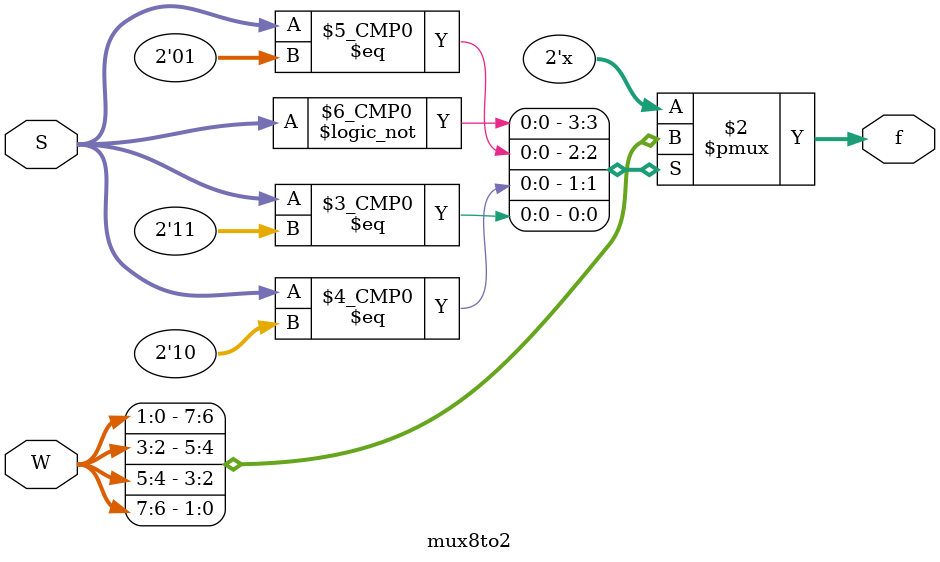
<source format=sv>
module mux8to2 (W, S, f); 
  input [7:0] W;
  input [1:0] S;
  output reg [1:0] f;

  always @(W, S) 
    case (S)
      0: f = W[1:0];
      1: f = W[3:2];
      2: f = W[5:4];
      3: f = W[7:6];
    endcase
endmodule
</source>
